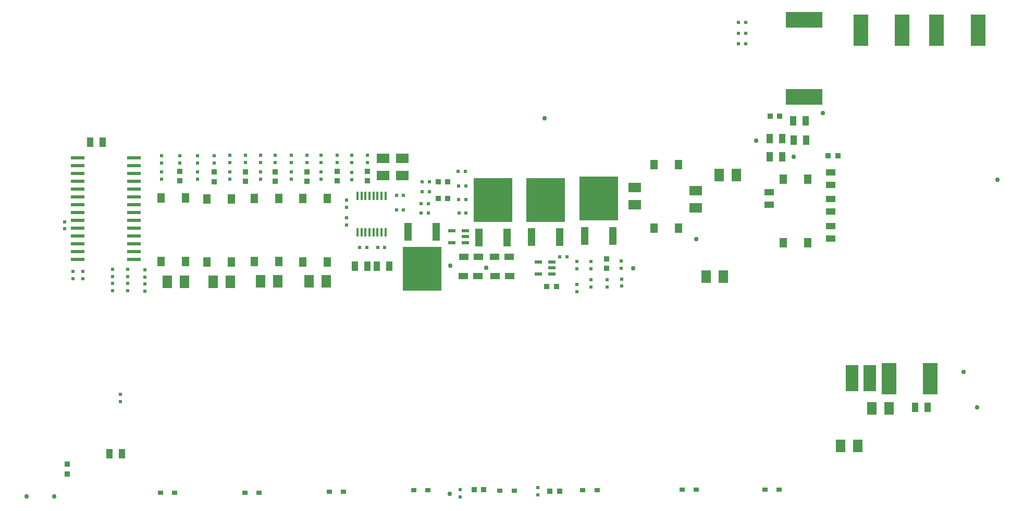
<source format=gtp>
G04*
G04 #@! TF.GenerationSoftware,Altium Limited,Altium Designer,19.0.10 (269)*
G04*
G04 Layer_Color=8421504*
%FSLAX25Y25*%
%MOIN*%
G70*
G01*
G75*
%ADD18R,0.03740X0.03543*%
%ADD19R,0.03543X0.03740*%
%ADD20R,0.02165X0.02165*%
%ADD21R,0.04000X0.06000*%
%ADD22R,0.09000X0.02400*%
%ADD23C,0.03000*%
%ADD24R,0.09449X0.20276*%
%ADD25R,0.24606X0.28347*%
%ADD26R,0.04724X0.11811*%
%ADD27R,0.03543X0.02559*%
%ADD28R,0.04921X0.06299*%
%ADD29R,0.01181X0.05512*%
%ADD30R,0.05906X0.04331*%
%ADD31R,0.23622X0.10236*%
%ADD32R,0.08268X0.17126*%
%ADD33R,0.04600X0.02000*%
%ADD34R,0.02165X0.02165*%
%ADD35R,0.06000X0.08000*%
%ADD36R,0.06000X0.04000*%
%ADD37R,0.08000X0.06000*%
D18*
X290504Y243699D02*
D03*
Y249801D02*
D03*
X635797Y381276D02*
D03*
Y375174D02*
D03*
X482500Y431199D02*
D03*
Y437301D02*
D03*
X463250Y431199D02*
D03*
Y437301D02*
D03*
X444000Y430949D02*
D03*
Y437051D02*
D03*
X423750Y430949D02*
D03*
Y437051D02*
D03*
X404500D02*
D03*
Y430949D02*
D03*
X384500Y436801D02*
D03*
Y430699D02*
D03*
X362500Y437301D02*
D03*
Y431199D02*
D03*
D19*
X550949Y233500D02*
D03*
X557051D02*
D03*
X599449Y232750D02*
D03*
X605551D02*
D03*
X603548Y363500D02*
D03*
X597446D02*
D03*
X527949Y430500D02*
D03*
X534051D02*
D03*
X527949Y420047D02*
D03*
X534051D02*
D03*
X777449Y447250D02*
D03*
X783551D02*
D03*
X740199Y472750D02*
D03*
X746301D02*
D03*
D20*
X542000Y229020D02*
D03*
Y233620D02*
D03*
X289000Y405100D02*
D03*
Y400500D02*
D03*
X591750Y230450D02*
D03*
Y235050D02*
D03*
X616685Y365050D02*
D03*
Y360450D02*
D03*
X616797Y379621D02*
D03*
Y375021D02*
D03*
X645250Y363840D02*
D03*
Y368440D02*
D03*
X636047Y363354D02*
D03*
Y367954D02*
D03*
X625797Y379525D02*
D03*
Y374925D02*
D03*
Y368025D02*
D03*
Y363425D02*
D03*
X645047Y379800D02*
D03*
Y375200D02*
D03*
X319750Y369950D02*
D03*
Y374550D02*
D03*
X329250Y369950D02*
D03*
Y374550D02*
D03*
X340222Y369700D02*
D03*
Y374300D02*
D03*
X294250Y368700D02*
D03*
Y373300D02*
D03*
X300750Y368700D02*
D03*
Y373300D02*
D03*
X319750Y360950D02*
D03*
Y365550D02*
D03*
X329250Y360950D02*
D03*
Y365550D02*
D03*
X340222Y360700D02*
D03*
Y365300D02*
D03*
X469250Y407550D02*
D03*
Y402950D02*
D03*
Y418800D02*
D03*
Y414200D02*
D03*
X362500Y447300D02*
D03*
Y442700D02*
D03*
X384500Y447300D02*
D03*
Y442700D02*
D03*
X404500Y447550D02*
D03*
Y442950D02*
D03*
X394500Y447550D02*
D03*
Y442950D02*
D03*
X351000Y447300D02*
D03*
Y442700D02*
D03*
Y436850D02*
D03*
Y432250D02*
D03*
X374000Y447300D02*
D03*
Y442700D02*
D03*
Y436850D02*
D03*
Y432250D02*
D03*
X324500Y289950D02*
D03*
Y294550D02*
D03*
X423750Y447550D02*
D03*
Y442950D02*
D03*
X444000Y447550D02*
D03*
Y442950D02*
D03*
X463250Y447550D02*
D03*
Y442950D02*
D03*
X414250Y447550D02*
D03*
Y442950D02*
D03*
Y436850D02*
D03*
Y432250D02*
D03*
X434000Y447550D02*
D03*
Y442950D02*
D03*
Y436850D02*
D03*
Y432250D02*
D03*
X453000Y447550D02*
D03*
Y442950D02*
D03*
Y437050D02*
D03*
Y432450D02*
D03*
X472500Y447550D02*
D03*
Y442950D02*
D03*
Y436550D02*
D03*
Y431950D02*
D03*
X482500Y447550D02*
D03*
Y442950D02*
D03*
X394500Y436850D02*
D03*
Y432250D02*
D03*
D21*
X317500Y256750D02*
D03*
X325500D02*
D03*
X755250Y457250D02*
D03*
X763250D02*
D03*
X739833Y446500D02*
D03*
X747833D02*
D03*
X748100Y458388D02*
D03*
X740100D02*
D03*
X841000Y286250D02*
D03*
X833000D02*
D03*
X755146Y469720D02*
D03*
X763146D02*
D03*
X474500Y376500D02*
D03*
X482500D02*
D03*
X496500D02*
D03*
X488500D02*
D03*
X313250Y456000D02*
D03*
X305250D02*
D03*
D22*
X333250Y446000D02*
D03*
Y441000D02*
D03*
Y436000D02*
D03*
Y431000D02*
D03*
Y426000D02*
D03*
Y421000D02*
D03*
Y416000D02*
D03*
Y411000D02*
D03*
Y406000D02*
D03*
Y401000D02*
D03*
Y396000D02*
D03*
Y391000D02*
D03*
Y386000D02*
D03*
Y381000D02*
D03*
X297250D02*
D03*
Y386000D02*
D03*
Y391000D02*
D03*
Y396000D02*
D03*
Y401000D02*
D03*
Y406000D02*
D03*
Y411000D02*
D03*
Y416000D02*
D03*
Y421000D02*
D03*
Y426000D02*
D03*
Y431000D02*
D03*
Y436000D02*
D03*
Y441000D02*
D03*
Y446000D02*
D03*
D23*
X693028Y394031D02*
D03*
X535250Y231031D02*
D03*
X652500Y375250D02*
D03*
X885750Y432000D02*
D03*
X596047Y471250D02*
D03*
X755312Y446500D02*
D03*
X864061Y309000D02*
D03*
X872750Y286250D02*
D03*
X282250Y229250D02*
D03*
X264750D02*
D03*
X558696Y375750D02*
D03*
X535523Y376905D02*
D03*
X731250Y457000D02*
D03*
X774000Y474500D02*
D03*
D24*
X846713Y527500D02*
D03*
X873287D02*
D03*
X798213Y527750D02*
D03*
X824787D02*
D03*
X842791Y304549D02*
D03*
X816216D02*
D03*
D25*
X630726Y419819D02*
D03*
X596774Y419069D02*
D03*
X517774Y374931D02*
D03*
X563024Y418819D02*
D03*
D26*
X639703Y396000D02*
D03*
X621750D02*
D03*
X605750Y395250D02*
D03*
X587797D02*
D03*
X508797Y398750D02*
D03*
X526750D02*
D03*
X572000Y395000D02*
D03*
X554047D02*
D03*
D27*
X683972Y233500D02*
D03*
X693028D02*
D03*
X576514Y233000D02*
D03*
X567459D02*
D03*
X629514Y233250D02*
D03*
X620459D02*
D03*
X745964Y233750D02*
D03*
X736909D02*
D03*
X512359Y233250D02*
D03*
X521414D02*
D03*
X458309Y232250D02*
D03*
X467364D02*
D03*
X404259Y231500D02*
D03*
X413314D02*
D03*
X350209D02*
D03*
X359264D02*
D03*
D28*
X441365Y419846D02*
D03*
X457113D02*
D03*
Y379295D02*
D03*
X441365D02*
D03*
X410251Y420069D02*
D03*
X425999D02*
D03*
Y379518D02*
D03*
X410251D02*
D03*
X350626Y420276D02*
D03*
X366374D02*
D03*
Y379724D02*
D03*
X350626D02*
D03*
X380051Y419776D02*
D03*
X395799D02*
D03*
Y379224D02*
D03*
X380051D02*
D03*
X764374Y432276D02*
D03*
X748626D02*
D03*
Y391724D02*
D03*
X764374D02*
D03*
X665876Y401024D02*
D03*
X681624D02*
D03*
Y441576D02*
D03*
X665876D02*
D03*
D29*
X476293Y398386D02*
D03*
X478852D02*
D03*
X481411D02*
D03*
X483970D02*
D03*
X486529D02*
D03*
X489089D02*
D03*
X491648D02*
D03*
X494207D02*
D03*
X476293Y421614D02*
D03*
X478852D02*
D03*
X481411D02*
D03*
X483970D02*
D03*
X486529D02*
D03*
X489089D02*
D03*
X491648D02*
D03*
X494207D02*
D03*
D30*
X553724Y382750D02*
D03*
X544276D02*
D03*
X544026Y370250D02*
D03*
X553474D02*
D03*
X573474Y382500D02*
D03*
X564026D02*
D03*
X564276Y370250D02*
D03*
X573724D02*
D03*
D31*
X762082Y534205D02*
D03*
Y484795D02*
D03*
D32*
X803984Y305000D02*
D03*
X792763D02*
D03*
D33*
X545200Y391760D02*
D03*
Y395500D02*
D03*
Y399240D02*
D03*
X536800D02*
D03*
Y391760D02*
D03*
X600497Y371735D02*
D03*
Y375475D02*
D03*
Y379215D02*
D03*
X592097D02*
D03*
Y371735D02*
D03*
D34*
X605747Y382548D02*
D03*
X610347D02*
D03*
X724551Y518958D02*
D03*
X719951D02*
D03*
X724551Y525729D02*
D03*
X719951D02*
D03*
X724551Y532500D02*
D03*
X719951D02*
D03*
X522301Y424250D02*
D03*
X517701D02*
D03*
X545550Y428000D02*
D03*
X540950D02*
D03*
X545550Y419250D02*
D03*
X540950D02*
D03*
X541200Y410500D02*
D03*
X545800D02*
D03*
X522300Y430500D02*
D03*
X517700D02*
D03*
X545300Y437250D02*
D03*
X540700D02*
D03*
X516950Y416750D02*
D03*
X521550D02*
D03*
Y410500D02*
D03*
X516950D02*
D03*
X482300Y388750D02*
D03*
X477700D02*
D03*
X501200Y412500D02*
D03*
X505800D02*
D03*
X501200Y422000D02*
D03*
X505800D02*
D03*
X489200Y388750D02*
D03*
X493800D02*
D03*
D35*
X707500Y435000D02*
D03*
X718500D02*
D03*
X796250Y261500D02*
D03*
X785250D02*
D03*
X699250Y370000D02*
D03*
X710250D02*
D03*
X816250Y285500D02*
D03*
X805250D02*
D03*
X425250Y366793D02*
D03*
X414250D02*
D03*
X456364Y366821D02*
D03*
X445364D02*
D03*
X395050Y366750D02*
D03*
X384050D02*
D03*
X365500D02*
D03*
X354500D02*
D03*
D36*
X778900Y419475D02*
D03*
Y411475D02*
D03*
Y402250D02*
D03*
Y394250D02*
D03*
X739750Y416069D02*
D03*
Y424069D02*
D03*
X778900Y428700D02*
D03*
Y436700D02*
D03*
D37*
X692750Y414000D02*
D03*
Y425000D02*
D03*
X653750Y416000D02*
D03*
Y427000D02*
D03*
X505000Y445543D02*
D03*
Y434543D02*
D03*
X492500Y434494D02*
D03*
Y445494D02*
D03*
M02*

</source>
